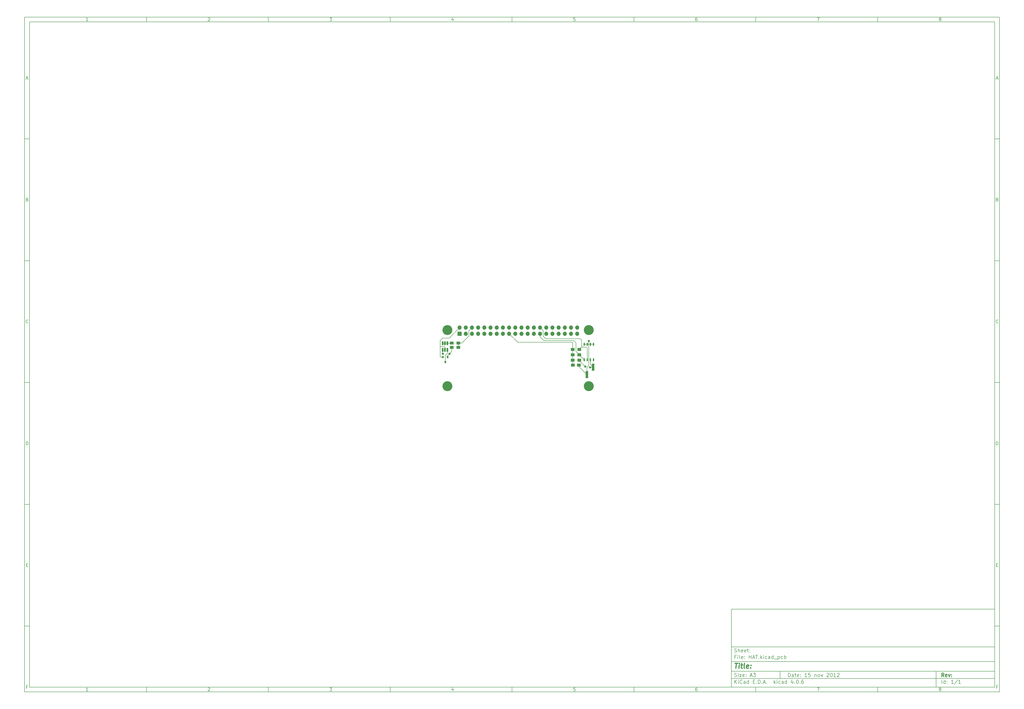
<source format=gtl>
G04 #@! TF.FileFunction,Copper,L1,Top,Signal*
%FSLAX46Y46*%
G04 Gerber Fmt 4.6, Leading zero omitted, Abs format (unit mm)*
G04 Created by KiCad (PCBNEW 4.0.6) date 06/14/17 17:14:32*
%MOMM*%
%LPD*%
G01*
G04 APERTURE LIST*
%ADD10C,0.150000*%
%ADD11C,0.300000*%
%ADD12C,0.400000*%
%ADD13R,1.000000X3.000000*%
%ADD14R,0.650000X1.560000*%
%ADD15R,0.508000X1.143000*%
%ADD16R,1.700000X1.700000*%
%ADD17O,1.700000X1.700000*%
%ADD18C,4.064000*%
%ADD19R,1.500000X1.250000*%
%ADD20R,1.500000X1.300000*%
%ADD21R,0.800000X0.900000*%
%ADD22C,0.900000*%
%ADD23C,0.200000*%
G04 APERTURE END LIST*
D10*
X299989000Y-253002200D02*
X299989000Y-285002200D01*
X407989000Y-285002200D01*
X407989000Y-253002200D01*
X299989000Y-253002200D01*
X10000000Y-10000000D02*
X10000000Y-287002200D01*
X409989000Y-287002200D01*
X409989000Y-10000000D01*
X10000000Y-10000000D01*
X12000000Y-12000000D02*
X12000000Y-285002200D01*
X407989000Y-285002200D01*
X407989000Y-12000000D01*
X12000000Y-12000000D01*
X60000000Y-12000000D02*
X60000000Y-10000000D01*
X110000000Y-12000000D02*
X110000000Y-10000000D01*
X160000000Y-12000000D02*
X160000000Y-10000000D01*
X210000000Y-12000000D02*
X210000000Y-10000000D01*
X260000000Y-12000000D02*
X260000000Y-10000000D01*
X310000000Y-12000000D02*
X310000000Y-10000000D01*
X360000000Y-12000000D02*
X360000000Y-10000000D01*
X35990476Y-11588095D02*
X35247619Y-11588095D01*
X35619048Y-11588095D02*
X35619048Y-10288095D01*
X35495238Y-10473810D01*
X35371429Y-10597619D01*
X35247619Y-10659524D01*
X85247619Y-10411905D02*
X85309524Y-10350000D01*
X85433333Y-10288095D01*
X85742857Y-10288095D01*
X85866667Y-10350000D01*
X85928571Y-10411905D01*
X85990476Y-10535714D01*
X85990476Y-10659524D01*
X85928571Y-10845238D01*
X85185714Y-11588095D01*
X85990476Y-11588095D01*
X135185714Y-10288095D02*
X135990476Y-10288095D01*
X135557143Y-10783333D01*
X135742857Y-10783333D01*
X135866667Y-10845238D01*
X135928571Y-10907143D01*
X135990476Y-11030952D01*
X135990476Y-11340476D01*
X135928571Y-11464286D01*
X135866667Y-11526190D01*
X135742857Y-11588095D01*
X135371429Y-11588095D01*
X135247619Y-11526190D01*
X135185714Y-11464286D01*
X185866667Y-10721429D02*
X185866667Y-11588095D01*
X185557143Y-10226190D02*
X185247619Y-11154762D01*
X186052381Y-11154762D01*
X235928571Y-10288095D02*
X235309524Y-10288095D01*
X235247619Y-10907143D01*
X235309524Y-10845238D01*
X235433333Y-10783333D01*
X235742857Y-10783333D01*
X235866667Y-10845238D01*
X235928571Y-10907143D01*
X235990476Y-11030952D01*
X235990476Y-11340476D01*
X235928571Y-11464286D01*
X235866667Y-11526190D01*
X235742857Y-11588095D01*
X235433333Y-11588095D01*
X235309524Y-11526190D01*
X235247619Y-11464286D01*
X285866667Y-10288095D02*
X285619048Y-10288095D01*
X285495238Y-10350000D01*
X285433333Y-10411905D01*
X285309524Y-10597619D01*
X285247619Y-10845238D01*
X285247619Y-11340476D01*
X285309524Y-11464286D01*
X285371429Y-11526190D01*
X285495238Y-11588095D01*
X285742857Y-11588095D01*
X285866667Y-11526190D01*
X285928571Y-11464286D01*
X285990476Y-11340476D01*
X285990476Y-11030952D01*
X285928571Y-10907143D01*
X285866667Y-10845238D01*
X285742857Y-10783333D01*
X285495238Y-10783333D01*
X285371429Y-10845238D01*
X285309524Y-10907143D01*
X285247619Y-11030952D01*
X335185714Y-10288095D02*
X336052381Y-10288095D01*
X335495238Y-11588095D01*
X385495238Y-10845238D02*
X385371429Y-10783333D01*
X385309524Y-10721429D01*
X385247619Y-10597619D01*
X385247619Y-10535714D01*
X385309524Y-10411905D01*
X385371429Y-10350000D01*
X385495238Y-10288095D01*
X385742857Y-10288095D01*
X385866667Y-10350000D01*
X385928571Y-10411905D01*
X385990476Y-10535714D01*
X385990476Y-10597619D01*
X385928571Y-10721429D01*
X385866667Y-10783333D01*
X385742857Y-10845238D01*
X385495238Y-10845238D01*
X385371429Y-10907143D01*
X385309524Y-10969048D01*
X385247619Y-11092857D01*
X385247619Y-11340476D01*
X385309524Y-11464286D01*
X385371429Y-11526190D01*
X385495238Y-11588095D01*
X385742857Y-11588095D01*
X385866667Y-11526190D01*
X385928571Y-11464286D01*
X385990476Y-11340476D01*
X385990476Y-11092857D01*
X385928571Y-10969048D01*
X385866667Y-10907143D01*
X385742857Y-10845238D01*
X60000000Y-285002200D02*
X60000000Y-287002200D01*
X110000000Y-285002200D02*
X110000000Y-287002200D01*
X160000000Y-285002200D02*
X160000000Y-287002200D01*
X210000000Y-285002200D02*
X210000000Y-287002200D01*
X260000000Y-285002200D02*
X260000000Y-287002200D01*
X310000000Y-285002200D02*
X310000000Y-287002200D01*
X360000000Y-285002200D02*
X360000000Y-287002200D01*
X35990476Y-286590295D02*
X35247619Y-286590295D01*
X35619048Y-286590295D02*
X35619048Y-285290295D01*
X35495238Y-285476010D01*
X35371429Y-285599819D01*
X35247619Y-285661724D01*
X85247619Y-285414105D02*
X85309524Y-285352200D01*
X85433333Y-285290295D01*
X85742857Y-285290295D01*
X85866667Y-285352200D01*
X85928571Y-285414105D01*
X85990476Y-285537914D01*
X85990476Y-285661724D01*
X85928571Y-285847438D01*
X85185714Y-286590295D01*
X85990476Y-286590295D01*
X135185714Y-285290295D02*
X135990476Y-285290295D01*
X135557143Y-285785533D01*
X135742857Y-285785533D01*
X135866667Y-285847438D01*
X135928571Y-285909343D01*
X135990476Y-286033152D01*
X135990476Y-286342676D01*
X135928571Y-286466486D01*
X135866667Y-286528390D01*
X135742857Y-286590295D01*
X135371429Y-286590295D01*
X135247619Y-286528390D01*
X135185714Y-286466486D01*
X185866667Y-285723629D02*
X185866667Y-286590295D01*
X185557143Y-285228390D02*
X185247619Y-286156962D01*
X186052381Y-286156962D01*
X235928571Y-285290295D02*
X235309524Y-285290295D01*
X235247619Y-285909343D01*
X235309524Y-285847438D01*
X235433333Y-285785533D01*
X235742857Y-285785533D01*
X235866667Y-285847438D01*
X235928571Y-285909343D01*
X235990476Y-286033152D01*
X235990476Y-286342676D01*
X235928571Y-286466486D01*
X235866667Y-286528390D01*
X235742857Y-286590295D01*
X235433333Y-286590295D01*
X235309524Y-286528390D01*
X235247619Y-286466486D01*
X285866667Y-285290295D02*
X285619048Y-285290295D01*
X285495238Y-285352200D01*
X285433333Y-285414105D01*
X285309524Y-285599819D01*
X285247619Y-285847438D01*
X285247619Y-286342676D01*
X285309524Y-286466486D01*
X285371429Y-286528390D01*
X285495238Y-286590295D01*
X285742857Y-286590295D01*
X285866667Y-286528390D01*
X285928571Y-286466486D01*
X285990476Y-286342676D01*
X285990476Y-286033152D01*
X285928571Y-285909343D01*
X285866667Y-285847438D01*
X285742857Y-285785533D01*
X285495238Y-285785533D01*
X285371429Y-285847438D01*
X285309524Y-285909343D01*
X285247619Y-286033152D01*
X335185714Y-285290295D02*
X336052381Y-285290295D01*
X335495238Y-286590295D01*
X385495238Y-285847438D02*
X385371429Y-285785533D01*
X385309524Y-285723629D01*
X385247619Y-285599819D01*
X385247619Y-285537914D01*
X385309524Y-285414105D01*
X385371429Y-285352200D01*
X385495238Y-285290295D01*
X385742857Y-285290295D01*
X385866667Y-285352200D01*
X385928571Y-285414105D01*
X385990476Y-285537914D01*
X385990476Y-285599819D01*
X385928571Y-285723629D01*
X385866667Y-285785533D01*
X385742857Y-285847438D01*
X385495238Y-285847438D01*
X385371429Y-285909343D01*
X385309524Y-285971248D01*
X385247619Y-286095057D01*
X385247619Y-286342676D01*
X385309524Y-286466486D01*
X385371429Y-286528390D01*
X385495238Y-286590295D01*
X385742857Y-286590295D01*
X385866667Y-286528390D01*
X385928571Y-286466486D01*
X385990476Y-286342676D01*
X385990476Y-286095057D01*
X385928571Y-285971248D01*
X385866667Y-285909343D01*
X385742857Y-285847438D01*
X10000000Y-60000000D02*
X12000000Y-60000000D01*
X10000000Y-110000000D02*
X12000000Y-110000000D01*
X10000000Y-160000000D02*
X12000000Y-160000000D01*
X10000000Y-210000000D02*
X12000000Y-210000000D01*
X10000000Y-260000000D02*
X12000000Y-260000000D01*
X10690476Y-35216667D02*
X11309524Y-35216667D01*
X10566667Y-35588095D02*
X11000000Y-34288095D01*
X11433333Y-35588095D01*
X11092857Y-84907143D02*
X11278571Y-84969048D01*
X11340476Y-85030952D01*
X11402381Y-85154762D01*
X11402381Y-85340476D01*
X11340476Y-85464286D01*
X11278571Y-85526190D01*
X11154762Y-85588095D01*
X10659524Y-85588095D01*
X10659524Y-84288095D01*
X11092857Y-84288095D01*
X11216667Y-84350000D01*
X11278571Y-84411905D01*
X11340476Y-84535714D01*
X11340476Y-84659524D01*
X11278571Y-84783333D01*
X11216667Y-84845238D01*
X11092857Y-84907143D01*
X10659524Y-84907143D01*
X11402381Y-135464286D02*
X11340476Y-135526190D01*
X11154762Y-135588095D01*
X11030952Y-135588095D01*
X10845238Y-135526190D01*
X10721429Y-135402381D01*
X10659524Y-135278571D01*
X10597619Y-135030952D01*
X10597619Y-134845238D01*
X10659524Y-134597619D01*
X10721429Y-134473810D01*
X10845238Y-134350000D01*
X11030952Y-134288095D01*
X11154762Y-134288095D01*
X11340476Y-134350000D01*
X11402381Y-134411905D01*
X10659524Y-185588095D02*
X10659524Y-184288095D01*
X10969048Y-184288095D01*
X11154762Y-184350000D01*
X11278571Y-184473810D01*
X11340476Y-184597619D01*
X11402381Y-184845238D01*
X11402381Y-185030952D01*
X11340476Y-185278571D01*
X11278571Y-185402381D01*
X11154762Y-185526190D01*
X10969048Y-185588095D01*
X10659524Y-185588095D01*
X10721429Y-234907143D02*
X11154762Y-234907143D01*
X11340476Y-235588095D02*
X10721429Y-235588095D01*
X10721429Y-234288095D01*
X11340476Y-234288095D01*
X11185714Y-284907143D02*
X10752381Y-284907143D01*
X10752381Y-285588095D02*
X10752381Y-284288095D01*
X11371428Y-284288095D01*
X409989000Y-60000000D02*
X407989000Y-60000000D01*
X409989000Y-110000000D02*
X407989000Y-110000000D01*
X409989000Y-160000000D02*
X407989000Y-160000000D01*
X409989000Y-210000000D02*
X407989000Y-210000000D01*
X409989000Y-260000000D02*
X407989000Y-260000000D01*
X408679476Y-35216667D02*
X409298524Y-35216667D01*
X408555667Y-35588095D02*
X408989000Y-34288095D01*
X409422333Y-35588095D01*
X409081857Y-84907143D02*
X409267571Y-84969048D01*
X409329476Y-85030952D01*
X409391381Y-85154762D01*
X409391381Y-85340476D01*
X409329476Y-85464286D01*
X409267571Y-85526190D01*
X409143762Y-85588095D01*
X408648524Y-85588095D01*
X408648524Y-84288095D01*
X409081857Y-84288095D01*
X409205667Y-84350000D01*
X409267571Y-84411905D01*
X409329476Y-84535714D01*
X409329476Y-84659524D01*
X409267571Y-84783333D01*
X409205667Y-84845238D01*
X409081857Y-84907143D01*
X408648524Y-84907143D01*
X409391381Y-135464286D02*
X409329476Y-135526190D01*
X409143762Y-135588095D01*
X409019952Y-135588095D01*
X408834238Y-135526190D01*
X408710429Y-135402381D01*
X408648524Y-135278571D01*
X408586619Y-135030952D01*
X408586619Y-134845238D01*
X408648524Y-134597619D01*
X408710429Y-134473810D01*
X408834238Y-134350000D01*
X409019952Y-134288095D01*
X409143762Y-134288095D01*
X409329476Y-134350000D01*
X409391381Y-134411905D01*
X408648524Y-185588095D02*
X408648524Y-184288095D01*
X408958048Y-184288095D01*
X409143762Y-184350000D01*
X409267571Y-184473810D01*
X409329476Y-184597619D01*
X409391381Y-184845238D01*
X409391381Y-185030952D01*
X409329476Y-185278571D01*
X409267571Y-185402381D01*
X409143762Y-185526190D01*
X408958048Y-185588095D01*
X408648524Y-185588095D01*
X408710429Y-234907143D02*
X409143762Y-234907143D01*
X409329476Y-235588095D02*
X408710429Y-235588095D01*
X408710429Y-234288095D01*
X409329476Y-234288095D01*
X409174714Y-284907143D02*
X408741381Y-284907143D01*
X408741381Y-285588095D02*
X408741381Y-284288095D01*
X409360428Y-284288095D01*
X323346143Y-280780771D02*
X323346143Y-279280771D01*
X323703286Y-279280771D01*
X323917571Y-279352200D01*
X324060429Y-279495057D01*
X324131857Y-279637914D01*
X324203286Y-279923629D01*
X324203286Y-280137914D01*
X324131857Y-280423629D01*
X324060429Y-280566486D01*
X323917571Y-280709343D01*
X323703286Y-280780771D01*
X323346143Y-280780771D01*
X325489000Y-280780771D02*
X325489000Y-279995057D01*
X325417571Y-279852200D01*
X325274714Y-279780771D01*
X324989000Y-279780771D01*
X324846143Y-279852200D01*
X325489000Y-280709343D02*
X325346143Y-280780771D01*
X324989000Y-280780771D01*
X324846143Y-280709343D01*
X324774714Y-280566486D01*
X324774714Y-280423629D01*
X324846143Y-280280771D01*
X324989000Y-280209343D01*
X325346143Y-280209343D01*
X325489000Y-280137914D01*
X325989000Y-279780771D02*
X326560429Y-279780771D01*
X326203286Y-279280771D02*
X326203286Y-280566486D01*
X326274714Y-280709343D01*
X326417572Y-280780771D01*
X326560429Y-280780771D01*
X327631857Y-280709343D02*
X327489000Y-280780771D01*
X327203286Y-280780771D01*
X327060429Y-280709343D01*
X326989000Y-280566486D01*
X326989000Y-279995057D01*
X327060429Y-279852200D01*
X327203286Y-279780771D01*
X327489000Y-279780771D01*
X327631857Y-279852200D01*
X327703286Y-279995057D01*
X327703286Y-280137914D01*
X326989000Y-280280771D01*
X328346143Y-280637914D02*
X328417571Y-280709343D01*
X328346143Y-280780771D01*
X328274714Y-280709343D01*
X328346143Y-280637914D01*
X328346143Y-280780771D01*
X328346143Y-279852200D02*
X328417571Y-279923629D01*
X328346143Y-279995057D01*
X328274714Y-279923629D01*
X328346143Y-279852200D01*
X328346143Y-279995057D01*
X330989000Y-280780771D02*
X330131857Y-280780771D01*
X330560429Y-280780771D02*
X330560429Y-279280771D01*
X330417572Y-279495057D01*
X330274714Y-279637914D01*
X330131857Y-279709343D01*
X332346143Y-279280771D02*
X331631857Y-279280771D01*
X331560428Y-279995057D01*
X331631857Y-279923629D01*
X331774714Y-279852200D01*
X332131857Y-279852200D01*
X332274714Y-279923629D01*
X332346143Y-279995057D01*
X332417571Y-280137914D01*
X332417571Y-280495057D01*
X332346143Y-280637914D01*
X332274714Y-280709343D01*
X332131857Y-280780771D01*
X331774714Y-280780771D01*
X331631857Y-280709343D01*
X331560428Y-280637914D01*
X334203285Y-279780771D02*
X334203285Y-280780771D01*
X334203285Y-279923629D02*
X334274713Y-279852200D01*
X334417571Y-279780771D01*
X334631856Y-279780771D01*
X334774713Y-279852200D01*
X334846142Y-279995057D01*
X334846142Y-280780771D01*
X335774714Y-280780771D02*
X335631856Y-280709343D01*
X335560428Y-280637914D01*
X335488999Y-280495057D01*
X335488999Y-280066486D01*
X335560428Y-279923629D01*
X335631856Y-279852200D01*
X335774714Y-279780771D01*
X335988999Y-279780771D01*
X336131856Y-279852200D01*
X336203285Y-279923629D01*
X336274714Y-280066486D01*
X336274714Y-280495057D01*
X336203285Y-280637914D01*
X336131856Y-280709343D01*
X335988999Y-280780771D01*
X335774714Y-280780771D01*
X336774714Y-279780771D02*
X337131857Y-280780771D01*
X337488999Y-279780771D01*
X339131856Y-279423629D02*
X339203285Y-279352200D01*
X339346142Y-279280771D01*
X339703285Y-279280771D01*
X339846142Y-279352200D01*
X339917571Y-279423629D01*
X339988999Y-279566486D01*
X339988999Y-279709343D01*
X339917571Y-279923629D01*
X339060428Y-280780771D01*
X339988999Y-280780771D01*
X340917570Y-279280771D02*
X341060427Y-279280771D01*
X341203284Y-279352200D01*
X341274713Y-279423629D01*
X341346142Y-279566486D01*
X341417570Y-279852200D01*
X341417570Y-280209343D01*
X341346142Y-280495057D01*
X341274713Y-280637914D01*
X341203284Y-280709343D01*
X341060427Y-280780771D01*
X340917570Y-280780771D01*
X340774713Y-280709343D01*
X340703284Y-280637914D01*
X340631856Y-280495057D01*
X340560427Y-280209343D01*
X340560427Y-279852200D01*
X340631856Y-279566486D01*
X340703284Y-279423629D01*
X340774713Y-279352200D01*
X340917570Y-279280771D01*
X342846141Y-280780771D02*
X341988998Y-280780771D01*
X342417570Y-280780771D02*
X342417570Y-279280771D01*
X342274713Y-279495057D01*
X342131855Y-279637914D01*
X341988998Y-279709343D01*
X343417569Y-279423629D02*
X343488998Y-279352200D01*
X343631855Y-279280771D01*
X343988998Y-279280771D01*
X344131855Y-279352200D01*
X344203284Y-279423629D01*
X344274712Y-279566486D01*
X344274712Y-279709343D01*
X344203284Y-279923629D01*
X343346141Y-280780771D01*
X344274712Y-280780771D01*
X299989000Y-281502200D02*
X407989000Y-281502200D01*
X301346143Y-283580771D02*
X301346143Y-282080771D01*
X302203286Y-283580771D02*
X301560429Y-282723629D01*
X302203286Y-282080771D02*
X301346143Y-282937914D01*
X302846143Y-283580771D02*
X302846143Y-282580771D01*
X302846143Y-282080771D02*
X302774714Y-282152200D01*
X302846143Y-282223629D01*
X302917571Y-282152200D01*
X302846143Y-282080771D01*
X302846143Y-282223629D01*
X304417572Y-283437914D02*
X304346143Y-283509343D01*
X304131857Y-283580771D01*
X303989000Y-283580771D01*
X303774715Y-283509343D01*
X303631857Y-283366486D01*
X303560429Y-283223629D01*
X303489000Y-282937914D01*
X303489000Y-282723629D01*
X303560429Y-282437914D01*
X303631857Y-282295057D01*
X303774715Y-282152200D01*
X303989000Y-282080771D01*
X304131857Y-282080771D01*
X304346143Y-282152200D01*
X304417572Y-282223629D01*
X305703286Y-283580771D02*
X305703286Y-282795057D01*
X305631857Y-282652200D01*
X305489000Y-282580771D01*
X305203286Y-282580771D01*
X305060429Y-282652200D01*
X305703286Y-283509343D02*
X305560429Y-283580771D01*
X305203286Y-283580771D01*
X305060429Y-283509343D01*
X304989000Y-283366486D01*
X304989000Y-283223629D01*
X305060429Y-283080771D01*
X305203286Y-283009343D01*
X305560429Y-283009343D01*
X305703286Y-282937914D01*
X307060429Y-283580771D02*
X307060429Y-282080771D01*
X307060429Y-283509343D02*
X306917572Y-283580771D01*
X306631858Y-283580771D01*
X306489000Y-283509343D01*
X306417572Y-283437914D01*
X306346143Y-283295057D01*
X306346143Y-282866486D01*
X306417572Y-282723629D01*
X306489000Y-282652200D01*
X306631858Y-282580771D01*
X306917572Y-282580771D01*
X307060429Y-282652200D01*
X308917572Y-282795057D02*
X309417572Y-282795057D01*
X309631858Y-283580771D02*
X308917572Y-283580771D01*
X308917572Y-282080771D01*
X309631858Y-282080771D01*
X310274715Y-283437914D02*
X310346143Y-283509343D01*
X310274715Y-283580771D01*
X310203286Y-283509343D01*
X310274715Y-283437914D01*
X310274715Y-283580771D01*
X310989001Y-283580771D02*
X310989001Y-282080771D01*
X311346144Y-282080771D01*
X311560429Y-282152200D01*
X311703287Y-282295057D01*
X311774715Y-282437914D01*
X311846144Y-282723629D01*
X311846144Y-282937914D01*
X311774715Y-283223629D01*
X311703287Y-283366486D01*
X311560429Y-283509343D01*
X311346144Y-283580771D01*
X310989001Y-283580771D01*
X312489001Y-283437914D02*
X312560429Y-283509343D01*
X312489001Y-283580771D01*
X312417572Y-283509343D01*
X312489001Y-283437914D01*
X312489001Y-283580771D01*
X313131858Y-283152200D02*
X313846144Y-283152200D01*
X312989001Y-283580771D02*
X313489001Y-282080771D01*
X313989001Y-283580771D01*
X314489001Y-283437914D02*
X314560429Y-283509343D01*
X314489001Y-283580771D01*
X314417572Y-283509343D01*
X314489001Y-283437914D01*
X314489001Y-283580771D01*
X317489001Y-283580771D02*
X317489001Y-282080771D01*
X317631858Y-283009343D02*
X318060429Y-283580771D01*
X318060429Y-282580771D02*
X317489001Y-283152200D01*
X318703287Y-283580771D02*
X318703287Y-282580771D01*
X318703287Y-282080771D02*
X318631858Y-282152200D01*
X318703287Y-282223629D01*
X318774715Y-282152200D01*
X318703287Y-282080771D01*
X318703287Y-282223629D01*
X320060430Y-283509343D02*
X319917573Y-283580771D01*
X319631859Y-283580771D01*
X319489001Y-283509343D01*
X319417573Y-283437914D01*
X319346144Y-283295057D01*
X319346144Y-282866486D01*
X319417573Y-282723629D01*
X319489001Y-282652200D01*
X319631859Y-282580771D01*
X319917573Y-282580771D01*
X320060430Y-282652200D01*
X321346144Y-283580771D02*
X321346144Y-282795057D01*
X321274715Y-282652200D01*
X321131858Y-282580771D01*
X320846144Y-282580771D01*
X320703287Y-282652200D01*
X321346144Y-283509343D02*
X321203287Y-283580771D01*
X320846144Y-283580771D01*
X320703287Y-283509343D01*
X320631858Y-283366486D01*
X320631858Y-283223629D01*
X320703287Y-283080771D01*
X320846144Y-283009343D01*
X321203287Y-283009343D01*
X321346144Y-282937914D01*
X322703287Y-283580771D02*
X322703287Y-282080771D01*
X322703287Y-283509343D02*
X322560430Y-283580771D01*
X322274716Y-283580771D01*
X322131858Y-283509343D01*
X322060430Y-283437914D01*
X321989001Y-283295057D01*
X321989001Y-282866486D01*
X322060430Y-282723629D01*
X322131858Y-282652200D01*
X322274716Y-282580771D01*
X322560430Y-282580771D01*
X322703287Y-282652200D01*
X325203287Y-282580771D02*
X325203287Y-283580771D01*
X324846144Y-282009343D02*
X324489001Y-283080771D01*
X325417573Y-283080771D01*
X325989001Y-283437914D02*
X326060429Y-283509343D01*
X325989001Y-283580771D01*
X325917572Y-283509343D01*
X325989001Y-283437914D01*
X325989001Y-283580771D01*
X326989001Y-282080771D02*
X327131858Y-282080771D01*
X327274715Y-282152200D01*
X327346144Y-282223629D01*
X327417573Y-282366486D01*
X327489001Y-282652200D01*
X327489001Y-283009343D01*
X327417573Y-283295057D01*
X327346144Y-283437914D01*
X327274715Y-283509343D01*
X327131858Y-283580771D01*
X326989001Y-283580771D01*
X326846144Y-283509343D01*
X326774715Y-283437914D01*
X326703287Y-283295057D01*
X326631858Y-283009343D01*
X326631858Y-282652200D01*
X326703287Y-282366486D01*
X326774715Y-282223629D01*
X326846144Y-282152200D01*
X326989001Y-282080771D01*
X328131858Y-283437914D02*
X328203286Y-283509343D01*
X328131858Y-283580771D01*
X328060429Y-283509343D01*
X328131858Y-283437914D01*
X328131858Y-283580771D01*
X329489001Y-282080771D02*
X329203287Y-282080771D01*
X329060430Y-282152200D01*
X328989001Y-282223629D01*
X328846144Y-282437914D01*
X328774715Y-282723629D01*
X328774715Y-283295057D01*
X328846144Y-283437914D01*
X328917572Y-283509343D01*
X329060430Y-283580771D01*
X329346144Y-283580771D01*
X329489001Y-283509343D01*
X329560430Y-283437914D01*
X329631858Y-283295057D01*
X329631858Y-282937914D01*
X329560430Y-282795057D01*
X329489001Y-282723629D01*
X329346144Y-282652200D01*
X329060430Y-282652200D01*
X328917572Y-282723629D01*
X328846144Y-282795057D01*
X328774715Y-282937914D01*
X299989000Y-278502200D02*
X407989000Y-278502200D01*
D11*
X387203286Y-280780771D02*
X386703286Y-280066486D01*
X386346143Y-280780771D02*
X386346143Y-279280771D01*
X386917571Y-279280771D01*
X387060429Y-279352200D01*
X387131857Y-279423629D01*
X387203286Y-279566486D01*
X387203286Y-279780771D01*
X387131857Y-279923629D01*
X387060429Y-279995057D01*
X386917571Y-280066486D01*
X386346143Y-280066486D01*
X388417571Y-280709343D02*
X388274714Y-280780771D01*
X387989000Y-280780771D01*
X387846143Y-280709343D01*
X387774714Y-280566486D01*
X387774714Y-279995057D01*
X387846143Y-279852200D01*
X387989000Y-279780771D01*
X388274714Y-279780771D01*
X388417571Y-279852200D01*
X388489000Y-279995057D01*
X388489000Y-280137914D01*
X387774714Y-280280771D01*
X388989000Y-279780771D02*
X389346143Y-280780771D01*
X389703285Y-279780771D01*
X390274714Y-280637914D02*
X390346142Y-280709343D01*
X390274714Y-280780771D01*
X390203285Y-280709343D01*
X390274714Y-280637914D01*
X390274714Y-280780771D01*
X390274714Y-279852200D02*
X390346142Y-279923629D01*
X390274714Y-279995057D01*
X390203285Y-279923629D01*
X390274714Y-279852200D01*
X390274714Y-279995057D01*
D10*
X301274714Y-280709343D02*
X301489000Y-280780771D01*
X301846143Y-280780771D01*
X301989000Y-280709343D01*
X302060429Y-280637914D01*
X302131857Y-280495057D01*
X302131857Y-280352200D01*
X302060429Y-280209343D01*
X301989000Y-280137914D01*
X301846143Y-280066486D01*
X301560429Y-279995057D01*
X301417571Y-279923629D01*
X301346143Y-279852200D01*
X301274714Y-279709343D01*
X301274714Y-279566486D01*
X301346143Y-279423629D01*
X301417571Y-279352200D01*
X301560429Y-279280771D01*
X301917571Y-279280771D01*
X302131857Y-279352200D01*
X302774714Y-280780771D02*
X302774714Y-279780771D01*
X302774714Y-279280771D02*
X302703285Y-279352200D01*
X302774714Y-279423629D01*
X302846142Y-279352200D01*
X302774714Y-279280771D01*
X302774714Y-279423629D01*
X303346143Y-279780771D02*
X304131857Y-279780771D01*
X303346143Y-280780771D01*
X304131857Y-280780771D01*
X305274714Y-280709343D02*
X305131857Y-280780771D01*
X304846143Y-280780771D01*
X304703286Y-280709343D01*
X304631857Y-280566486D01*
X304631857Y-279995057D01*
X304703286Y-279852200D01*
X304846143Y-279780771D01*
X305131857Y-279780771D01*
X305274714Y-279852200D01*
X305346143Y-279995057D01*
X305346143Y-280137914D01*
X304631857Y-280280771D01*
X305989000Y-280637914D02*
X306060428Y-280709343D01*
X305989000Y-280780771D01*
X305917571Y-280709343D01*
X305989000Y-280637914D01*
X305989000Y-280780771D01*
X305989000Y-279852200D02*
X306060428Y-279923629D01*
X305989000Y-279995057D01*
X305917571Y-279923629D01*
X305989000Y-279852200D01*
X305989000Y-279995057D01*
X307774714Y-280352200D02*
X308489000Y-280352200D01*
X307631857Y-280780771D02*
X308131857Y-279280771D01*
X308631857Y-280780771D01*
X308989000Y-279280771D02*
X309917571Y-279280771D01*
X309417571Y-279852200D01*
X309631857Y-279852200D01*
X309774714Y-279923629D01*
X309846143Y-279995057D01*
X309917571Y-280137914D01*
X309917571Y-280495057D01*
X309846143Y-280637914D01*
X309774714Y-280709343D01*
X309631857Y-280780771D01*
X309203285Y-280780771D01*
X309060428Y-280709343D01*
X308989000Y-280637914D01*
X386346143Y-283580771D02*
X386346143Y-282080771D01*
X387703286Y-283580771D02*
X387703286Y-282080771D01*
X387703286Y-283509343D02*
X387560429Y-283580771D01*
X387274715Y-283580771D01*
X387131857Y-283509343D01*
X387060429Y-283437914D01*
X386989000Y-283295057D01*
X386989000Y-282866486D01*
X387060429Y-282723629D01*
X387131857Y-282652200D01*
X387274715Y-282580771D01*
X387560429Y-282580771D01*
X387703286Y-282652200D01*
X388417572Y-283437914D02*
X388489000Y-283509343D01*
X388417572Y-283580771D01*
X388346143Y-283509343D01*
X388417572Y-283437914D01*
X388417572Y-283580771D01*
X388417572Y-282652200D02*
X388489000Y-282723629D01*
X388417572Y-282795057D01*
X388346143Y-282723629D01*
X388417572Y-282652200D01*
X388417572Y-282795057D01*
X391060429Y-283580771D02*
X390203286Y-283580771D01*
X390631858Y-283580771D02*
X390631858Y-282080771D01*
X390489001Y-282295057D01*
X390346143Y-282437914D01*
X390203286Y-282509343D01*
X392774714Y-282009343D02*
X391489000Y-283937914D01*
X394060429Y-283580771D02*
X393203286Y-283580771D01*
X393631858Y-283580771D02*
X393631858Y-282080771D01*
X393489001Y-282295057D01*
X393346143Y-282437914D01*
X393203286Y-282509343D01*
X299989000Y-274502200D02*
X407989000Y-274502200D01*
D12*
X301441381Y-275206962D02*
X302584238Y-275206962D01*
X301762810Y-277206962D02*
X302012810Y-275206962D01*
X303000905Y-277206962D02*
X303167571Y-275873629D01*
X303250905Y-275206962D02*
X303143762Y-275302200D01*
X303227095Y-275397438D01*
X303334239Y-275302200D01*
X303250905Y-275206962D01*
X303227095Y-275397438D01*
X303834238Y-275873629D02*
X304596143Y-275873629D01*
X304203286Y-275206962D02*
X303989000Y-276921248D01*
X304060430Y-277111724D01*
X304239001Y-277206962D01*
X304429477Y-277206962D01*
X305381858Y-277206962D02*
X305203287Y-277111724D01*
X305131857Y-276921248D01*
X305346143Y-275206962D01*
X306917572Y-277111724D02*
X306715191Y-277206962D01*
X306334239Y-277206962D01*
X306155667Y-277111724D01*
X306084238Y-276921248D01*
X306179476Y-276159343D01*
X306298524Y-275968867D01*
X306500905Y-275873629D01*
X306881857Y-275873629D01*
X307060429Y-275968867D01*
X307131857Y-276159343D01*
X307108048Y-276349819D01*
X306131857Y-276540295D01*
X307881857Y-277016486D02*
X307965192Y-277111724D01*
X307858048Y-277206962D01*
X307774715Y-277111724D01*
X307881857Y-277016486D01*
X307858048Y-277206962D01*
X308012810Y-275968867D02*
X308096144Y-276064105D01*
X307989000Y-276159343D01*
X307905667Y-276064105D01*
X308012810Y-275968867D01*
X307989000Y-276159343D01*
D10*
X301846143Y-272595057D02*
X301346143Y-272595057D01*
X301346143Y-273380771D02*
X301346143Y-271880771D01*
X302060429Y-271880771D01*
X302631857Y-273380771D02*
X302631857Y-272380771D01*
X302631857Y-271880771D02*
X302560428Y-271952200D01*
X302631857Y-272023629D01*
X302703285Y-271952200D01*
X302631857Y-271880771D01*
X302631857Y-272023629D01*
X303560429Y-273380771D02*
X303417571Y-273309343D01*
X303346143Y-273166486D01*
X303346143Y-271880771D01*
X304703285Y-273309343D02*
X304560428Y-273380771D01*
X304274714Y-273380771D01*
X304131857Y-273309343D01*
X304060428Y-273166486D01*
X304060428Y-272595057D01*
X304131857Y-272452200D01*
X304274714Y-272380771D01*
X304560428Y-272380771D01*
X304703285Y-272452200D01*
X304774714Y-272595057D01*
X304774714Y-272737914D01*
X304060428Y-272880771D01*
X305417571Y-273237914D02*
X305488999Y-273309343D01*
X305417571Y-273380771D01*
X305346142Y-273309343D01*
X305417571Y-273237914D01*
X305417571Y-273380771D01*
X305417571Y-272452200D02*
X305488999Y-272523629D01*
X305417571Y-272595057D01*
X305346142Y-272523629D01*
X305417571Y-272452200D01*
X305417571Y-272595057D01*
X307274714Y-273380771D02*
X307274714Y-271880771D01*
X307274714Y-272595057D02*
X308131857Y-272595057D01*
X308131857Y-273380771D02*
X308131857Y-271880771D01*
X308774714Y-272952200D02*
X309489000Y-272952200D01*
X308631857Y-273380771D02*
X309131857Y-271880771D01*
X309631857Y-273380771D01*
X309917571Y-271880771D02*
X310774714Y-271880771D01*
X310346143Y-273380771D02*
X310346143Y-271880771D01*
X311274714Y-273237914D02*
X311346142Y-273309343D01*
X311274714Y-273380771D01*
X311203285Y-273309343D01*
X311274714Y-273237914D01*
X311274714Y-273380771D01*
X311989000Y-273380771D02*
X311989000Y-271880771D01*
X312131857Y-272809343D02*
X312560428Y-273380771D01*
X312560428Y-272380771D02*
X311989000Y-272952200D01*
X313203286Y-273380771D02*
X313203286Y-272380771D01*
X313203286Y-271880771D02*
X313131857Y-271952200D01*
X313203286Y-272023629D01*
X313274714Y-271952200D01*
X313203286Y-271880771D01*
X313203286Y-272023629D01*
X314560429Y-273309343D02*
X314417572Y-273380771D01*
X314131858Y-273380771D01*
X313989000Y-273309343D01*
X313917572Y-273237914D01*
X313846143Y-273095057D01*
X313846143Y-272666486D01*
X313917572Y-272523629D01*
X313989000Y-272452200D01*
X314131858Y-272380771D01*
X314417572Y-272380771D01*
X314560429Y-272452200D01*
X315846143Y-273380771D02*
X315846143Y-272595057D01*
X315774714Y-272452200D01*
X315631857Y-272380771D01*
X315346143Y-272380771D01*
X315203286Y-272452200D01*
X315846143Y-273309343D02*
X315703286Y-273380771D01*
X315346143Y-273380771D01*
X315203286Y-273309343D01*
X315131857Y-273166486D01*
X315131857Y-273023629D01*
X315203286Y-272880771D01*
X315346143Y-272809343D01*
X315703286Y-272809343D01*
X315846143Y-272737914D01*
X317203286Y-273380771D02*
X317203286Y-271880771D01*
X317203286Y-273309343D02*
X317060429Y-273380771D01*
X316774715Y-273380771D01*
X316631857Y-273309343D01*
X316560429Y-273237914D01*
X316489000Y-273095057D01*
X316489000Y-272666486D01*
X316560429Y-272523629D01*
X316631857Y-272452200D01*
X316774715Y-272380771D01*
X317060429Y-272380771D01*
X317203286Y-272452200D01*
X317560429Y-273523629D02*
X318703286Y-273523629D01*
X319060429Y-272380771D02*
X319060429Y-273880771D01*
X319060429Y-272452200D02*
X319203286Y-272380771D01*
X319489000Y-272380771D01*
X319631857Y-272452200D01*
X319703286Y-272523629D01*
X319774715Y-272666486D01*
X319774715Y-273095057D01*
X319703286Y-273237914D01*
X319631857Y-273309343D01*
X319489000Y-273380771D01*
X319203286Y-273380771D01*
X319060429Y-273309343D01*
X321060429Y-273309343D02*
X320917572Y-273380771D01*
X320631858Y-273380771D01*
X320489000Y-273309343D01*
X320417572Y-273237914D01*
X320346143Y-273095057D01*
X320346143Y-272666486D01*
X320417572Y-272523629D01*
X320489000Y-272452200D01*
X320631858Y-272380771D01*
X320917572Y-272380771D01*
X321060429Y-272452200D01*
X321703286Y-273380771D02*
X321703286Y-271880771D01*
X321703286Y-272452200D02*
X321846143Y-272380771D01*
X322131857Y-272380771D01*
X322274714Y-272452200D01*
X322346143Y-272523629D01*
X322417572Y-272666486D01*
X322417572Y-273095057D01*
X322346143Y-273237914D01*
X322274714Y-273309343D01*
X322131857Y-273380771D01*
X321846143Y-273380771D01*
X321703286Y-273309343D01*
X299989000Y-268502200D02*
X407989000Y-268502200D01*
X301274714Y-270609343D02*
X301489000Y-270680771D01*
X301846143Y-270680771D01*
X301989000Y-270609343D01*
X302060429Y-270537914D01*
X302131857Y-270395057D01*
X302131857Y-270252200D01*
X302060429Y-270109343D01*
X301989000Y-270037914D01*
X301846143Y-269966486D01*
X301560429Y-269895057D01*
X301417571Y-269823629D01*
X301346143Y-269752200D01*
X301274714Y-269609343D01*
X301274714Y-269466486D01*
X301346143Y-269323629D01*
X301417571Y-269252200D01*
X301560429Y-269180771D01*
X301917571Y-269180771D01*
X302131857Y-269252200D01*
X302774714Y-270680771D02*
X302774714Y-269180771D01*
X303417571Y-270680771D02*
X303417571Y-269895057D01*
X303346142Y-269752200D01*
X303203285Y-269680771D01*
X302989000Y-269680771D01*
X302846142Y-269752200D01*
X302774714Y-269823629D01*
X304703285Y-270609343D02*
X304560428Y-270680771D01*
X304274714Y-270680771D01*
X304131857Y-270609343D01*
X304060428Y-270466486D01*
X304060428Y-269895057D01*
X304131857Y-269752200D01*
X304274714Y-269680771D01*
X304560428Y-269680771D01*
X304703285Y-269752200D01*
X304774714Y-269895057D01*
X304774714Y-270037914D01*
X304060428Y-270180771D01*
X305988999Y-270609343D02*
X305846142Y-270680771D01*
X305560428Y-270680771D01*
X305417571Y-270609343D01*
X305346142Y-270466486D01*
X305346142Y-269895057D01*
X305417571Y-269752200D01*
X305560428Y-269680771D01*
X305846142Y-269680771D01*
X305988999Y-269752200D01*
X306060428Y-269895057D01*
X306060428Y-270037914D01*
X305346142Y-270180771D01*
X306488999Y-269680771D02*
X307060428Y-269680771D01*
X306703285Y-269180771D02*
X306703285Y-270466486D01*
X306774713Y-270609343D01*
X306917571Y-270680771D01*
X307060428Y-270680771D01*
X307560428Y-270537914D02*
X307631856Y-270609343D01*
X307560428Y-270680771D01*
X307488999Y-270609343D01*
X307560428Y-270537914D01*
X307560428Y-270680771D01*
X307560428Y-269752200D02*
X307631856Y-269823629D01*
X307560428Y-269895057D01*
X307488999Y-269823629D01*
X307560428Y-269752200D01*
X307560428Y-269895057D01*
X319989000Y-278502200D02*
X319989000Y-281502200D01*
X383989000Y-278502200D02*
X383989000Y-285002200D01*
D13*
X240730000Y-156750000D03*
X243270000Y-153750000D03*
D14*
X183450000Y-143900000D03*
X182500000Y-143900000D03*
X181550000Y-143900000D03*
X181550000Y-146600000D03*
X183450000Y-146600000D03*
X182500000Y-146600000D03*
D15*
X243405000Y-150675000D03*
X242135000Y-150675000D03*
X240865000Y-150675000D03*
X239595000Y-150675000D03*
X239595000Y-144325000D03*
X240865000Y-144325000D03*
X242135000Y-144325000D03*
X243405000Y-144325000D03*
D16*
X188500000Y-140000000D03*
D17*
X188500000Y-137460000D03*
X191040000Y-140000000D03*
X191040000Y-137460000D03*
X193580000Y-140000000D03*
X193580000Y-137460000D03*
X196120000Y-140000000D03*
X196120000Y-137460000D03*
X198660000Y-140000000D03*
X198660000Y-137460000D03*
X201200000Y-140000000D03*
X201200000Y-137460000D03*
X203740000Y-140000000D03*
X203740000Y-137460000D03*
X206280000Y-140000000D03*
X206280000Y-137460000D03*
X208820000Y-140000000D03*
X208820000Y-137460000D03*
X211360000Y-140000000D03*
X211360000Y-137460000D03*
X213900000Y-140000000D03*
X213900000Y-137460000D03*
X216440000Y-140000000D03*
X216440000Y-137460000D03*
X218980000Y-140000000D03*
X218980000Y-137460000D03*
X221520000Y-140000000D03*
X221520000Y-137460000D03*
X224060000Y-140000000D03*
X224060000Y-137460000D03*
X226600000Y-140000000D03*
X226600000Y-137460000D03*
X229140000Y-140000000D03*
X229140000Y-137460000D03*
X231680000Y-140000000D03*
X231680000Y-137460000D03*
X234220000Y-140000000D03*
X234220000Y-137460000D03*
X236760000Y-140000000D03*
X236760000Y-137460000D03*
D18*
X183500000Y-138500000D03*
X241500000Y-138500000D03*
X241500000Y-161500000D03*
X183500000Y-161500000D03*
D19*
X234950000Y-152900000D03*
X237450000Y-152900000D03*
D20*
X234850000Y-150800000D03*
X237550000Y-150800000D03*
X234850000Y-146400000D03*
X237550000Y-146400000D03*
X234850000Y-148600000D03*
X237550000Y-148600000D03*
X185250000Y-143800000D03*
X187950000Y-143800000D03*
X185250000Y-145600000D03*
X187950000Y-145600000D03*
D21*
X183550000Y-149600000D03*
X181650000Y-149600000D03*
X182600000Y-151600000D03*
D22*
X241500000Y-143000000D03*
X240000000Y-153500000D03*
X242000000Y-153800000D03*
X184300000Y-148200000D03*
X181600000Y-148200000D03*
D23*
X182600000Y-151600000D02*
X182600000Y-148900000D01*
X183450000Y-148050000D02*
X183450000Y-146600000D01*
X182600000Y-148900000D02*
X183450000Y-148050000D01*
X237450000Y-152900000D02*
X237450000Y-153470000D01*
X237450000Y-153470000D02*
X240730000Y-156750000D01*
X187950000Y-143800000D02*
X187950000Y-145600000D01*
X189400000Y-143800000D02*
X187950000Y-143800000D01*
X240580000Y-156900000D02*
X240730000Y-156750000D01*
X240730000Y-156750000D02*
X240730000Y-153770000D01*
X241500000Y-153000000D02*
X241500000Y-144325000D01*
X240730000Y-153770000D02*
X241500000Y-153000000D01*
X241500000Y-143000000D02*
X241500000Y-144325000D01*
X241500000Y-144325000D02*
X241500000Y-144250000D01*
X241500000Y-144250000D02*
X241500000Y-144325000D01*
X242135000Y-144325000D02*
X243405000Y-144325000D01*
X240865000Y-144325000D02*
X241500000Y-144325000D01*
X241500000Y-144325000D02*
X242135000Y-144325000D01*
X239595000Y-144325000D02*
X240865000Y-144325000D01*
X192250000Y-138790000D02*
X192250000Y-140950000D01*
X193580000Y-137460000D02*
X192250000Y-138790000D01*
X192250000Y-140950000D02*
X189400000Y-143800000D01*
X234850000Y-148600000D02*
X234850000Y-150800000D01*
X234950000Y-152900000D02*
X234950000Y-150900000D01*
X234950000Y-150900000D02*
X234850000Y-150800000D01*
X234850000Y-143650000D02*
X234850000Y-146400000D01*
X234700000Y-143500000D02*
X234850000Y-143650000D01*
X234850000Y-148600000D02*
X234850000Y-146400000D01*
X227050000Y-143500000D02*
X234700000Y-143500000D01*
X208820000Y-140000000D02*
X212320000Y-143500000D01*
X225750000Y-143500000D02*
X212320000Y-143500000D01*
X225750000Y-143500000D02*
X227050000Y-143500000D01*
X243270000Y-153750000D02*
X242050000Y-153750000D01*
X240000000Y-153500000D02*
X237550000Y-151050000D01*
X242050000Y-153750000D02*
X242000000Y-153800000D01*
X237550000Y-151050000D02*
X237550000Y-150800000D01*
X242135000Y-150675000D02*
X242135000Y-152615000D01*
X242135000Y-152615000D02*
X243270000Y-153750000D01*
X184210000Y-141750000D02*
X188500000Y-137460000D01*
X181500000Y-141750000D02*
X184210000Y-141750000D01*
X180500000Y-142750000D02*
X181500000Y-141750000D01*
X180500000Y-145250000D02*
X180500000Y-142750000D01*
X182500000Y-146600000D02*
X182500000Y-145250000D01*
X181650000Y-149600000D02*
X180500000Y-149600000D01*
X180500000Y-149600000D02*
X180500000Y-145250000D01*
X182500000Y-145250000D02*
X180500000Y-145250000D01*
X236200000Y-147250000D02*
X237550000Y-148600000D01*
X236200000Y-143700000D02*
X236200000Y-147250000D01*
X235250000Y-142750000D02*
X236200000Y-143700000D01*
X239595000Y-150675000D02*
X239595000Y-150645000D01*
X239595000Y-150645000D02*
X237550000Y-148600000D01*
X223000000Y-142750000D02*
X235250000Y-142750000D01*
X221520000Y-140000000D02*
X221520000Y-141270000D01*
X223000000Y-142750000D02*
X221520000Y-141270000D01*
X235230000Y-142000000D02*
X223750000Y-142000000D01*
X223750000Y-142000000D02*
X222750000Y-141000000D01*
X222750000Y-141000000D02*
X222750000Y-138690000D01*
X221520000Y-137460000D02*
X222750000Y-138690000D01*
X238000000Y-142000000D02*
X235230000Y-142000000D01*
X238500000Y-142500000D02*
X238000000Y-142000000D01*
X238500000Y-145000000D02*
X238500000Y-142500000D01*
X239000000Y-145500000D02*
X238450000Y-145500000D01*
X239000000Y-145500000D02*
X238500000Y-145000000D01*
X240500000Y-145500000D02*
X239000000Y-145500000D01*
X238450000Y-145500000D02*
X237550000Y-146400000D01*
X240865000Y-147635000D02*
X240865000Y-145865000D01*
X240865000Y-147635000D02*
X240865000Y-150675000D01*
X240865000Y-145865000D02*
X240500000Y-145500000D01*
X183450000Y-143900000D02*
X185150000Y-143900000D01*
X185150000Y-143900000D02*
X185250000Y-143800000D01*
X183550000Y-144000000D02*
X183450000Y-143900000D01*
X181550000Y-143900000D02*
X182500000Y-143900000D01*
X182500000Y-143900000D02*
X183450000Y-143900000D01*
X183550000Y-149600000D02*
X183550000Y-148950000D01*
X183550000Y-148950000D02*
X184300000Y-148200000D01*
X184300000Y-148200000D02*
X185250000Y-147250000D01*
X181550000Y-146600000D02*
X181550000Y-148150000D01*
X185250000Y-147250000D02*
X185250000Y-145600000D01*
X181550000Y-148150000D02*
X181600000Y-148200000D01*
M02*

</source>
